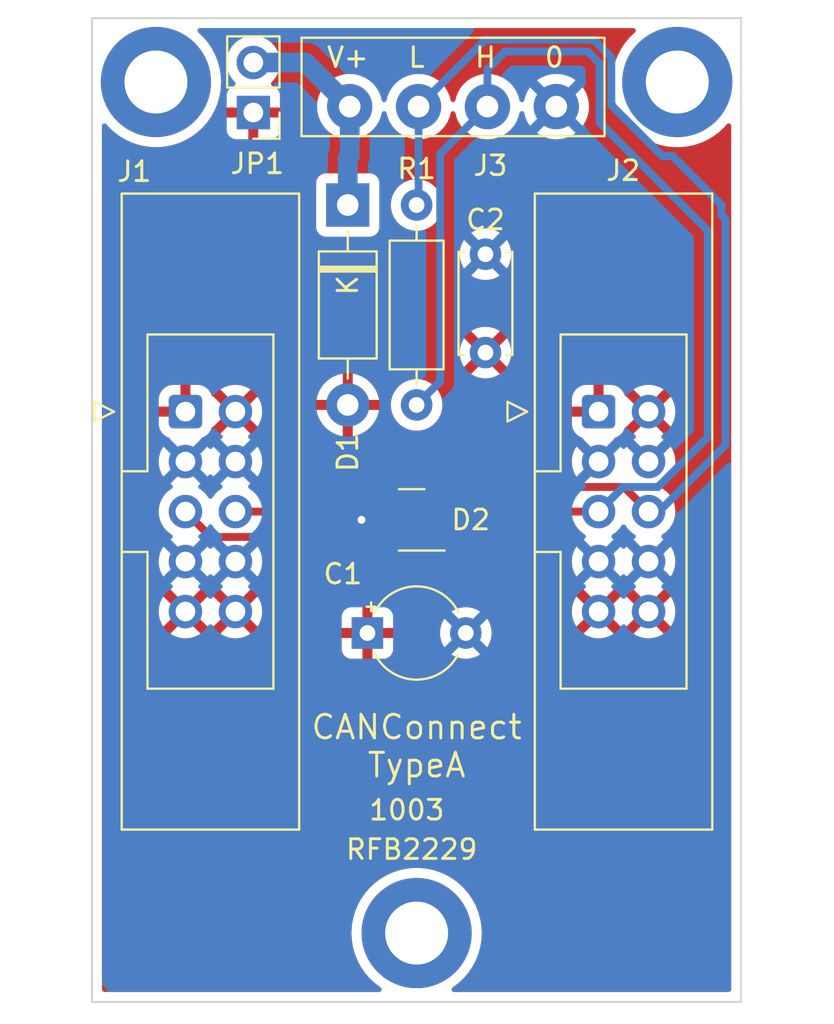
<source format=kicad_pcb>
(kicad_pcb (version 20211014) (generator pcbnew)
  (layers (0 "F.Cu" signal) (31 "B.Cu" signal) (34 "B.Paste" user) (35 "F.Paste" user) (36 "B.SilkS" user "B.Silkscreen") (37 "F.SilkS" user "F.Silkscreen") (38 "B.Mask" user) (39 "F.Mask" user) (44 "Edge.Cuts" user))
  (net 0 "")
  (net 1 "+12V")
  (net 2 "/VP")
  (net 3 "/H")
  (net 4 "/L")
  (net 5 "GND")
  (footprint "MountingHole:MountingHole_3.2mm_M3_DIN965_Pad_TopBottom" (layer "F.Cu") (at 103.25 103.25)
    (fp_text reference "H1" hide)
    (fp_text value "MountingHole")
    (pad "1" thru_hole circle (at 0 0) (size 3.6 3.6) (drill 3.2) (layers *.Cu *.Mask))
    (pad "1" connect circle (at 0 0) (size 5.6 5.6) (layers "F.Cu" "F.Mask"))
    (pad "1" connect circle (at 0 0) (size 5.6 5.6) (layers "B.Cu" "B.Mask"))
  )
  (footprint "Resistor_THT:R_Axial_DIN0207_L6.3mm_D2.5mm_P10.16mm_Horizontal" (layer "F.Cu") (at 116.5 119.66 90)
    (fp_text reference "R1" (at 12 0 180) (layer "F.SilkS"))
    (fp_text value "120R")
    (fp_line (start 1.81 1.37) (end 8.35 1.37) (layer "F.SilkS") (width 0.12))
    (fp_line (start 1.81 -1.37) (end 1.81 1.37) (layer "F.SilkS") (width 0.12))
    (fp_line (start 9.12 0) (end 8.35 0) (layer "F.SilkS") (width 0.12))
    (fp_line (start 8.35 1.37) (end 8.35 -1.37) (layer "F.SilkS") (width 0.12))
    (fp_line (start 8.35 -1.37) (end 1.81 -1.37) (layer "F.SilkS") (width 0.12))
    (fp_line (start 1.04 0) (end 1.81 0) (layer "F.SilkS") (width 0.12))
    (pad "1" thru_hole circle (at 0 0 90) (size 1.6 1.6) (drill 0.8) (layers *.Cu *.Mask) (net 3 "/H"))
    (pad "2" thru_hole oval (at 10.16 0 90) (size 1.6 1.6) (drill 0.8) (layers *.Cu *.Mask) (net 4 "/L"))
  )
  (footprint "MountingHole:MountingHole_3.2mm_M3_DIN965_Pad_TopBottom" (layer "F.Cu") (at 129.75 103.25)
    (fp_text reference "H2" hide)
    (fp_text value "MountingHole")
    (pad "1" connect circle (at 0 0) (size 5.6 5.6) (layers "F.Cu" "F.Mask"))
    (pad "1" connect circle (at 0 0) (size 5.6 5.6) (layers "B.Cu" "B.Mask"))
    (pad "1" thru_hole circle (at 0 0) (size 3.6 3.6) (drill 3.2) (layers *.Cu *.Mask))
  )
  (footprint "Package_TO_SOT_SMD:SOT-23" (layer "F.Cu") (at 116.25 125.5 180)
    (fp_text reference "D2" (at -3 0) (layer "F.SilkS"))
    (fp_text value "SP0502BAHTG")
    (fp_line (start 0 1.56) (end -0.65 1.56) (layer "F.SilkS") (width 0.12))
    (fp_line (start 0 -1.56) (end -1.675 -1.56) (layer "F.SilkS") (width 0.12))
    (fp_line (start 0 -1.56) (end 0.65 -1.56) (layer "F.SilkS") (width 0.12))
    (fp_line (start 0 1.56) (end 0.65 1.56) (layer "F.SilkS") (width 0.12))
    (pad "1" smd roundrect (at -0.9375 -0.95 180) (size 1.475 0.6) (layers "F.Cu" "F.Paste" "F.Mask") (net 3 "/H"))
    (pad "2" smd roundrect (at -0.9375 0.95 180) (size 1.475 0.6) (layers "F.Cu" "F.Paste" "F.Mask") (net 4 "/L"))
    (pad "3" smd roundrect (at 0.9375 0 180) (size 1.475 0.6) (layers "F.Cu" "F.Paste" "F.Mask") (net 5 "GND"))
  )
  (footprint "MountingHole:MountingHole_3.2mm_M3_DIN965_Pad_TopBottom" (layer "F.Cu") (at 116.5 146.5)
    (fp_text reference "H3" hide)
    (fp_text value "MountingHole")
    (pad "1" connect circle (at 0 0) (size 5.6 5.6) (layers "F.Cu" "F.Mask"))
    (pad "1" connect circle (at 0 0) (size 5.6 5.6) (layers "B.Cu" "B.Mask"))
    (pad "1" thru_hole circle (at 0 0) (size 3.6 3.6) (drill 3.2) (layers *.Cu *.Mask))
  )
  (footprint "Connector_IDC:IDC-Header_2x05_P2.54mm_Latch_Vertical" (layer "F.Cu") (at 104.75 120)
    (fp_text reference "J1" (at -2.6 -12.2) (layer "F.SilkS"))
    (fp_text value "10W IDC Connector Latched")
    (fp_line (start -3.24 21.24) (end -3.24 -11.08) (layer "F.SilkS") (width 0.12))
    (fp_line (start -3.63 0) (end -4.63 -0.5) (layer "F.SilkS") (width 0.12))
    (fp_line (start -3.24 3.03) (end -1.93 3.03) (layer "F.SilkS") (width 0.12))
    (fp_line (start -4.63 -0.5) (end -4.63 0.5) (layer "F.SilkS") (width 0.12))
    (fp_line (start 4.47 14.08) (end -1.93 14.08) (layer "F.SilkS") (width 0.12))
    (fp_line (start -3.24 -11.08) (end 5.78 -11.08) (layer "F.SilkS") (width 0.12))
    (fp_line (start 5.78 21.24) (end -3.24 21.24) (layer "F.SilkS") (width 0.12))
    (fp_line (start 4.47 -3.92) (end 4.47 14.08) (layer "F.SilkS") (width 0.12))
    (fp_line (start 5.78 -11.08) (end 5.78 21.24) (layer "F.SilkS") (width 0.12))
    (fp_line (start -1.93 7.13) (end -1.93 7.13) (layer "F.SilkS") (width 0.12))
    (fp_line (start -4.63 0.5) (end -3.63 0) (layer "F.SilkS") (width 0.12))
    (fp_line (start -1.93 14.08) (end -1.93 7.13) (layer "F.SilkS") (width 0.12))
    (fp_line (start -1.93 3.03) (end -1.93 -3.92) (layer "F.SilkS") (width 0.12))
    (fp_line (start -1.93 7.13) (end -3.24 7.13) (layer "F.SilkS") (width 0.12))
    (fp_line (start -1.93 -3.92) (end 4.47 -3.92) (layer "F.SilkS") (width 0.12))
    (pad "1" thru_hole roundrect (at 0 0) (size 1.7 1.7) (drill 1) (layers *.Cu *.Mask) (roundrect_rratio 0.147059) (net 1 "+12V"))
    (pad "2" thru_hole circle (at 2.54 0) (size 1.7 1.7) (drill 1) (layers *.Cu *.Mask) (net 1 "+12V"))
    (pad "3" thru_hole circle (at 0 2.54) (size 1.7 1.7) (drill 1) (layers *.Cu *.Mask) (net 5 "GND"))
    (pad "4" thru_hole circle (at 2.54 2.54) (size 1.7 1.7) (drill 1) (layers *.Cu *.Mask) (net 5 "GND"))
    (pad "5" thru_hole circle (at 0 5.08) (size 1.7 1.7) (drill 1) (layers *.Cu *.Mask) (net 3 "/H"))
    (pad "6" thru_hole circle (at 2.54 5.08) (size 1.7 1.7) (drill 1) (layers *.Cu *.Mask) (net 4 "/L"))
    (pad "7" thru_hole circle (at 0 7.62) (size 1.7 1.7) (drill 1) (layers *.Cu *.Mask) (net 5 "GND"))
    (pad "8" thru_hole circle (at 2.54 7.62) (size 1.7 1.7) (drill 1) (layers *.Cu *.Mask) (net 5 "GND"))
    (pad "9" thru_hole circle (at 0 10.16) (size 1.7 1.7) (drill 1) (layers *.Cu *.Mask) (net 1 "+12V"))
    (pad "10" thru_hole circle (at 2.54 10.16) (size 1.7 1.7) (drill 1) (layers *.Cu *.Mask) (net 1 "+12V"))
  )
  (footprint "Connector_IDC:IDC-Header_2x05_P2.54mm_Latch_Vertical" (layer "F.Cu") (at 125.75 120)
    (fp_text reference "J2" (at 1.25 -12.25) (layer "F.SilkS"))
    (fp_text value "10W IDC Connector Latched")
    (fp_line (start 4.47 14.08) (end -1.93 14.08) (layer "F.SilkS") (width 0.12))
    (fp_line (start -1.93 7.13) (end -3.24 7.13) (layer "F.SilkS") (width 0.12))
    (fp_line (start 5.78 -11.08) (end 5.78 21.24) (layer "F.SilkS") (width 0.12))
    (fp_line (start -3.63 0) (end -4.63 -0.5) (layer "F.SilkS") (width 0.12))
    (fp_line (start -3.24 3.03) (end -1.93 3.03) (layer "F.SilkS") (width 0.12))
    (fp_line (start -1.93 -3.92) (end 4.47 -3.92) (layer "F.SilkS") (width 0.12))
    (fp_line (start -1.93 3.03) (end -1.93 -3.92) (layer "F.SilkS") (width 0.12))
    (fp_line (start 4.47 -3.92) (end 4.47 14.08) (layer "F.SilkS") (width 0.12))
    (fp_line (start -1.93 14.08) (end -1.93 7.13) (layer "F.SilkS") (width 0.12))
    (fp_line (start -1.93 7.13) (end -1.93 7.13) (layer "F.SilkS") (width 0.12))
    (fp_line (start -4.63 -0.5) (end -4.63 0.5) (layer "F.SilkS") (width 0.12))
    (fp_line (start -3.24 21.24) (end -3.24 -11.08) (layer "F.SilkS") (width 0.12))
    (fp_line (start -3.24 -11.08) (end 5.78 -11.08) (layer "F.SilkS") (width 0.12))
    (fp_line (start 5.78 21.24) (end -3.24 21.24) (layer "F.SilkS") (width 0.12))
    (fp_line (start -4.63 0.5) (end -3.63 0) (layer "F.SilkS") (width 0.12))
    (pad "1" thru_hole roundrect (at 0 0) (size 1.7 1.7) (drill 1) (layers *.Cu *.Mask) (roundrect_rratio 0.147059) (net 1 "+12V"))
    (pad "2" thru_hole circle (at 2.54 0) (size 1.7 1.7) (drill 1) (layers *.Cu *.Mask) (net 1 "+12V"))
    (pad "3" thru_hole circle (at 0 2.54) (size 1.7 1.7) (drill 1) (layers *.Cu *.Mask) (net 5 "GND"))
    (pad "4" thru_hole circle (at 2.54 2.54) (size 1.7 1.7) (drill 1) (layers *.Cu *.Mask) (net 5 "GND"))
    (pad "5" thru_hole circle (at 0 5.08) (size 1.7 1.7) (drill 1) (layers *.Cu *.Mask) (net 3 "/H"))
    (pad "6" thru_hole circle (at 2.54 5.08) (size 1.7 1.7) (drill 1) (layers *.Cu *.Mask) (net 4 "/L"))
    (pad "7" thru_hole circle (at 0 7.62) (size 1.7 1.7) (drill 1) (layers *.Cu *.Mask) (net 5 "GND"))
    (pad "8" thru_hole circle (at 2.54 7.62) (size 1.7 1.7) (drill 1) (layers *.Cu *.Mask) (net 5 "GND"))
    (pad "9" thru_hole circle (at 0 10.16) (size 1.7 1.7) (drill 1) (layers *.Cu *.Mask) (net 1 "+12V"))
    (pad "10" thru_hole circle (at 2.54 10.16) (size 1.7 1.7) (drill 1) (layers *.Cu *.Mask) (net 1 "+12V"))
  )
  (footprint "Diode_THT:D_DO-41_SOD81_P10.16mm_Horizontal" (layer "F.Cu") (at 113 109.5 -90)
    (fp_text reference "D1" (at 12.58 0 90) (layer "F.SilkS"))
    (fp_text value "UF4001")
    (fp_text user "K" (at 4.08 0 90) (layer "F.SilkS"))
    (fp_line (start 7.8 1.47) (end 7.8 -1.47) (layer "F.SilkS") (width 0.12))
    (fp_line (start 3.38 -1.47) (end 3.38 1.47) (layer "F.SilkS") (width 0.12))
    (fp_line (start 3.26 -1.47) (end 3.26 1.47) (layer "F.SilkS") (width 0.12))
    (fp_line (start 8.82 0) (end 7.8 0) (layer "F.SilkS") (width 0.12))
    (fp_line (start 2.36 1.47) (end 7.8 1.47) (layer "F.SilkS") (width 0.12))
    (fp_line (start 1.34 0) (end 2.36 0) (layer "F.SilkS") (width 0.12))
    (fp_line (start 7.8 -1.47) (end 2.36 -1.47) (layer "F.SilkS") (width 0.12))
    (fp_line (start 3.14 -1.47) (end 3.14 1.47) (layer "F.SilkS") (width 0.12))
    (fp_line (start 2.36 -1.47) (end 2.36 1.47) (layer "F.SilkS") (width 0.12))
    (pad "1" thru_hole rect (at 0 0 270) (size 2.2 2.2) (drill 1.1) (layers *.Cu *.Mask) (net 2 "/VP"))
    (pad "2" thru_hole oval (at 10.16 0 270) (size 2.2 2.2) (drill 1.1) (layers *.Cu *.Mask) (net 1 "+12V"))
  )
  (footprint "mylib:Camdenboss_3pt5mm_pitch_PCB_horizontal_4Way" (layer "F.Cu") (at 126.05 106 180)
    (fp_text reference "J3" (at 5.8 -1.5) (layer "F.SilkS"))
    (fp_text value "Conn_01x04_Male")
    (fp_line (start 0 0) (end 0 5) (layer "F.SilkS") (width 0.12))
    (fp_line (start 15.4 0) (end 0 0) (layer "F.SilkS") (width 0.12))
    (fp_line (start 15.4 0) (end 15.4 5) (layer "F.SilkS") (width 0.12))
    (fp_line (start 15.4 5) (end 0 5) (layer "F.SilkS") (width 0.12))
    (pad "1" thru_hole circle (at 2.45 1.5 90) (size 2.3 2.3) (drill 1.1) (layers *.Cu *.Mask) (net 5 "GND"))
    (pad "2" thru_hole circle (at 5.95 1.5 90) (size 2.3 2.3) (drill 1.1) (layers *.Cu *.Mask) (net 3 "/H"))
    (pad "3" thru_hole circle (at 9.45 1.5 90) (size 2.3 2.3) (drill 1.1) (layers *.Cu *.Mask) (net 4 "/L"))
    (pad "4" thru_hole circle (at 12.95 1.5 90) (size 2.3 2.3) (drill 1.1) (layers *.Cu *.Mask) (net 2 "/VP"))
  )
  (footprint "Capacitor_THT:C_Disc_D5.0mm_W2.5mm_P5.00mm" (layer "F.Cu") (at 120 117 90)
    (fp_text reference "C2" (at 6.75 0 180) (layer "F.SilkS"))
    (fp_text value "100nF")
    (fp_line (start 5.12 1.055) (end 5.12 1.37) (layer "F.SilkS") (width 0.12))
    (fp_line (start -0.12 -1.37) (end 5.12 -1.37) (layer "F.SilkS") (width 0.12))
    (fp_line (start -0.12 -1.37) (end -0.12 -1.055) (layer "F.SilkS") (width 0.12))
    (fp_line (start -0.12 1.37) (end 5.12 1.37) (layer "F.SilkS") (width 0.12))
    (fp_line (start -0.12 1.055) (end -0.12 1.37) (layer "F.SilkS") (width 0.12))
    (fp_line (start 5.12 -1.37) (end 5.12 -1.055) (layer "F.SilkS") (width 0.12))
    (pad "1" thru_hole circle (at 0 0 90) (size 1.6 1.6) (drill 0.8) (layers *.Cu *.Mask) (net 1 "+12V"))
    (pad "2" thru_hole circle (at 5 0 90) (size 1.6 1.6) (drill 0.8) (layers *.Cu *.Mask) (net 5 "GND"))
  )
  (footprint "Capacitor_THT:CP_Radial_Tantal_D4.5mm_P5.00mm" (layer "F.Cu") (at 114 131.25)
    (fp_text reference "C1" (at -1.25 -3) (layer "F.SilkS"))
    (fp_text value "4u7F")
    (fp_line (start -0.037288 -1.335) (end 0.412712 -1.335) (layer "F.SilkS") (width 0.12))
    (fp_line (start 0.187712 -1.56) (end 0.187712 -1.11) (layer "F.SilkS") (width 0.12))
    (fp_arc (start 4.619741 1.06) (mid 2.5 2.37) (end 0.380259 1.06) (layer "F.SilkS") (width 0.12))
    (fp_arc (start 0.380259 -1.06) (mid 2.5 -2.37) (end 4.619741 -1.06) (layer "F.SilkS") (width 0.12))
    (pad "1" thru_hole rect (at 0 0) (size 1.6 1.6) (drill 0.8) (layers *.Cu *.Mask) (net 1 "+12V"))
    (pad "2" thru_hole circle (at 5 0) (size 1.6 1.6) (drill 0.8) (layers *.Cu *.Mask) (net 5 "GND"))
  )
  (footprint "Connector_PinHeader_2.54mm:PinHeader_1x02_P2.54mm_Vertical" (layer "F.Cu") (at 108.2 104.8 180)
    (fp_text reference "JP1" (at -0.2 -2.6) (layer "F.SilkS"))
    (fp_text value "Jumper_2_Open")
    (fp_line (start -1.33 -1.33) (end 0 -1.33) (layer "F.SilkS") (width 0.12))
    (fp_line (start 1.33 1.27) (end 1.33 3.87) (layer "F.SilkS") (width 0.12))
    (fp_line (start -1.33 1.27) (end -1.33 3.87) (layer "F.SilkS") (width 0.12))
    (fp_line (start -1.33 0) (end -1.33 -1.33) (layer "F.SilkS") (width 0.12))
    (fp_line (start -1.33 3.87) (end 1.33 3.87) (layer "F.SilkS") (width 0.12))
    (fp_line (start -1.33 1.27) (end 1.33 1.27) (layer "F.SilkS") (width 0.12))
    (pad "1" thru_hole rect (at 0 0 180) (size 1.7 1.7) (drill 1) (layers *.Cu *.Mask) (net 1 "+12V"))
    (pad "2" thru_hole oval (at 0 2.54 180) (size 1.7 1.7) (drill 1) (layers *.Cu *.Mask) (net 2 "/VP"))
  )
  (gr_rect (start 100 100) (end 133 150) (layer "Edge.Cuts") (width 0.1) (fill none))
  (gr_text "L" (at 116.5 102) (layer "F.SilkS") (effects (font (size 1 1))))
  (gr_text "H" (at 120 102) (layer "F.SilkS") (effects (font (size 1 1))))
  (gr_text "0" (at 123.5 102) (layer "F.SilkS") (effects (font (size 1 1))))
  (gr_text "CANConnect\nTypeA" (at 116.5 137) (layer "F.SilkS") (effects (font (size 1.2 1.2))))
  (gr_text "1003" (at 116 140.25) (layer "F.SilkS") (effects (font (size 1 1))))
  (gr_text "RFB2229" (at 116.25 142.25) (layer "F.SilkS") (effects (font (size 1 1))))
  (gr_text "V+" (at 113 102) (layer "F.SilkS") (effects (font (size 1 1))))
  (segment (start 113 107.1) (end 113.1 107) (width 1) (layer "B.Cu") (net 2))
  (segment (start 110.86 102.26) (end 113.1 104.5) (width 1) (layer "B.Cu") (net 2))
  (segment (start 113.1 104.5) (end 113.1 107) (width 1) (layer "B.Cu") (net 2))
  (segment (start 108.2 102.26) (end 110.86 102.26) (width 1) (layer "B.Cu") (net 2))
  (segment (start 113 109.5) (end 113 107.1) (width 1) (layer "B.Cu") (net 2))
  (segment (start 108.15 126.45) (end 108.07 126.37) (width 0.4) (layer "F.Cu") (net 3))
  (segment (start 106.04 126.37) (end 104.75 125.08) (width 0.4) (layer "F.Cu") (net 3))
  (segment (start 119.65 126.45) (end 121.02 125.08) (width 0.4) (layer "F.Cu") (net 3))
  (segment (start 121.02 125.08) (end 125.75 125.08) (width 0.4) (layer "F.Cu") (net 3))
  (segment (start 108.07 126.37) (end 106.04 126.37) (width 0.4) (layer "F.Cu") (net 3))
  (segment (start 117.1875 126.45) (end 108.15 126.45) (width 0.4) (layer "F.Cu") (net 3))
  (segment (start 117.1875 126.45) (end 119.65 126.45) (width 0.4) (layer "F.Cu") (net 3))
  (segment (start 117.7 106.9) (end 120.1 104.5) (width 0.4) (layer "B.Cu") (net 3))
  (segment (start 125.800499 105.300499) (end 125.800499 102.300499) (width 0.4) (layer "B.Cu") (net 3))
  (segment (start 117.7 118.46) (end 117.7 106.9) (width 0.4) (layer "B.Cu") (net 3))
  (segment (start 121 101.7) (end 120.1 102.6) (width 0.4) (layer "B.Cu") (net 3))
  (segment (start 116.5 119.66) (end 117.7 118.46) (width 0.4) (layer "B.Cu") (net 3))
  (segment (start 125.800499 102.300499) (end 125.2 101.7) (width 0.4) (layer "B.Cu") (net 3))
  (segment (start 127 123.83) (end 128.767767 123.83) (width 0.4) (layer "B.Cu") (net 3))
  (segment (start 125.2 101.7) (end 121 101.7) (width 0.4) (layer "B.Cu") (net 3))
  (segment (start 131.3 121.297766) (end 131.3 110.8) (width 0.4) (layer "B.Cu") (net 3))
  (segment (start 125.75 125.08) (end 127 123.83) (width 0.4) (layer "B.Cu") (net 3))
  (segment (start 120.1 102.6) (end 120.1 104.5) (width 0.4) (layer "B.Cu") (net 3))
  (segment (start 131.3 110.8) (end 125.800499 105.300499) (width 0.4) (layer "B.Cu") (net 3))
  (segment (start 128.767767 123.83) (end 131.3 121.297766) (width 0.4) (layer "B.Cu") (net 3))
  (segment (start 117.1875 124.55) (end 113.35 124.55) (width 0.4) (layer "F.Cu") (net 4))
  (segment (start 127.04 123.83) (end 128.29 125.08) (width 0.4) (layer "F.Cu") (net 4))
  (segment (start 120.33 123.83) (end 127.04 123.83) (width 0.4) (layer "F.Cu") (net 4))
  (segment (start 110.82 125.08) (end 107.29 125.08) (width 0.4) (layer "F.Cu") (net 4))
  (segment (start 113.35 124.55) (end 111.35 124.55) (width 0.4) (layer "F.Cu") (net 4))
  (segment (start 111.35 124.55) (end 110.82 125.08) (width 0.4) (layer "F.Cu") (net 4))
  (segment (start 117.1875 124.55) (end 119.61 124.55) (width 0.4) (layer "F.Cu") (net 4))
  (segment (start 119.61 124.55) (end 120.33 123.83) (width 0.4) (layer "F.Cu") (net 4))
  (segment (start 126.4 102) (end 125.5 101.1) (width 0.4) (layer "B.Cu") (net 4))
  (segment (start 132.2 110.225484) (end 131.987258 110.012742) (width 0.4) (layer "B.Cu") (net 4))
  (segment (start 131.987258 110.012742) (end 131.987258 109.512742) (width 0.4) (layer "B.Cu") (net 4))
  (segment (start 132 109.5) (end 129.512742 107.012742) (width 0.4) (layer "B.Cu") (net 4))
  (segment (start 116.6 104.5) (end 116.6 109.4) (width 0.4) (layer "B.Cu") (net 4))
  (segment (start 128.29 125.08) (end 128.82 125.08) (width 0.4) (layer "B.Cu") (net 4))
  (segment (start 126.4 104.425484) (end 126.4 102) (width 0.4) (layer "B.Cu") (net 4))
  (segment (start 125.5 101.1) (end 120 101.1) (width 0.4) (layer "B.Cu") (net 4))
  (segment (start 120 101.1) (end 116.6 104.5) (width 0.4) (layer "B.Cu") (net 4))
  (segment (start 132.2 121.7) (end 132.2 110.225484) (width 0.4) (layer "B.Cu") (net 4))
  (segment (start 128.82 125.08) (end 132.2 121.7) (width 0.4) (layer "B.Cu") (net 4))
  (segment (start 116.6 109.4) (end 116.5 109.5) (width 0.4) (layer "B.Cu") (net 4))
  (segment (start 129.512742 107.012742) (end 128.987258 107.012742) (width 0.4) (layer "B.Cu") (net 4))
  (segment (start 128.987258 107.012742) (end 126.4 104.425484) (width 0.4) (layer "B.Cu") (net 4))
  (segment (start 131.987258 109.512742) (end 132 109.5) (width 0.4) (layer "B.Cu") (net 4))
  (segment (start 115.3125 125.5) (end 113.7 125.5) (width 0.4) (layer "F.Cu") (net 5))
  (via (at 113.7 125.5) (size 0.8) (drill 0.4) (layers "F.Cu" "B.Cu") (net 5))
  (zone (net 1) (net_name "+12V") (layer "F.Cu") (connect_pads (clearance 0.508)) (min_thickness 0.254) (fill yes (thermal_gap 0.508) (thermal_bridge_width 0.508))
    (polygon (pts (xy 132.67 149.83) (xy 100.44 149.83) (xy 100.44 100.33) (xy 132.67 100.33)))
  )
  (zone (net 5) (net_name "GND") (layer "B.Cu") (connect_pads (clearance 0.508)) (min_thickness 0.254) (fill yes (thermal_gap 0.508) (thermal_bridge_width 0.508) (smoothing fillet) (radius 1))
    (polygon (pts (xy 133 149.75) (xy 100.5 149.75) (xy 100.5 100.5) (xy 133 100.5)))
  )
)
</source>
